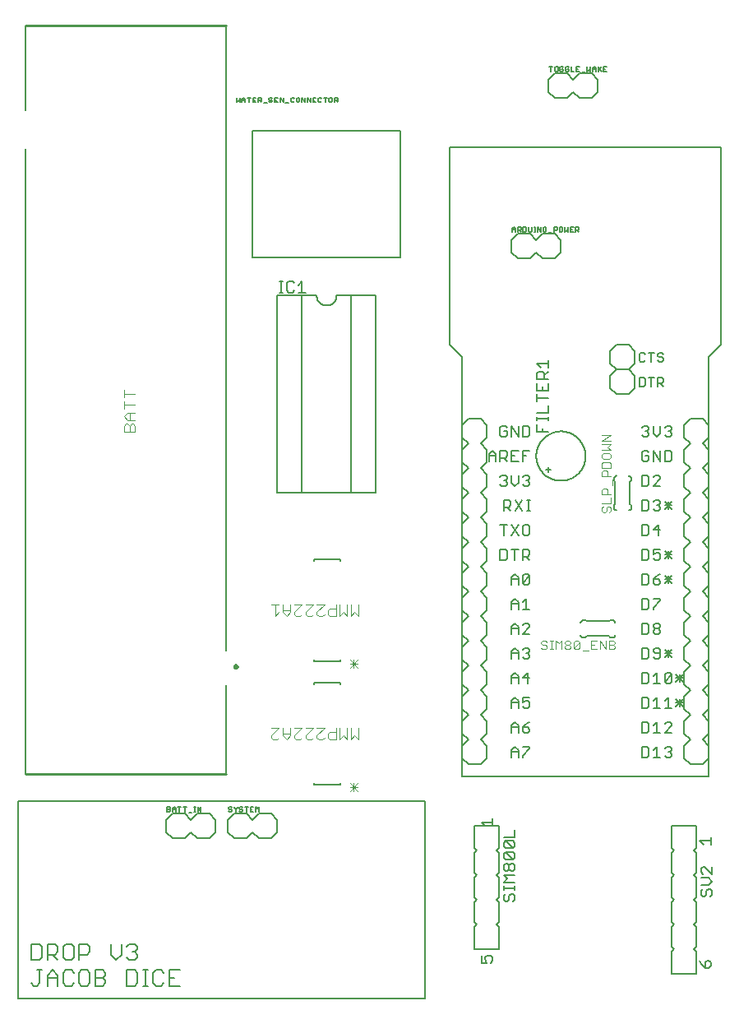
<source format=gbr>
G04 EAGLE Gerber X2 export*
%TF.Part,Single*%
%TF.FileFunction,Legend,Top,1*%
%TF.FilePolarity,Positive*%
%TF.GenerationSoftware,Autodesk,EAGLE,9.1.3*%
%TF.CreationDate,2019-02-03T20:39:41Z*%
G75*
%MOMM*%
%FSLAX34Y34*%
%LPD*%
%AMOC8*
5,1,8,0,0,1.08239X$1,22.5*%
G01*
%ADD10C,0.203200*%
%ADD11C,0.152400*%
%ADD12C,0.076200*%
%ADD13C,0.127000*%
%ADD14C,0.101600*%
%ADD15C,0.254000*%
%ADD16C,0.200000*%


D10*
X286766Y-32757D02*
X286766Y-43434D01*
X292105Y-43434D01*
X293884Y-41655D01*
X293884Y-34536D01*
X292105Y-32757D01*
X286766Y-32757D01*
X298460Y-43434D02*
X305578Y-43434D01*
X298460Y-43434D02*
X305578Y-36316D01*
X305578Y-34536D01*
X303799Y-32757D01*
X300239Y-32757D01*
X298460Y-34536D01*
X286766Y-58157D02*
X286766Y-68834D01*
X292105Y-68834D01*
X293884Y-67055D01*
X293884Y-59936D01*
X292105Y-58157D01*
X286766Y-58157D01*
X298460Y-59936D02*
X300239Y-58157D01*
X303799Y-58157D01*
X305578Y-59936D01*
X305578Y-61716D01*
X303799Y-63495D01*
X302019Y-63495D01*
X303799Y-63495D02*
X305578Y-65275D01*
X305578Y-67055D01*
X303799Y-68834D01*
X300239Y-68834D01*
X298460Y-67055D01*
X310154Y-59936D02*
X317272Y-67055D01*
X310154Y-67055D02*
X317272Y-59936D01*
X317272Y-63495D02*
X310154Y-63495D01*
X313713Y-67055D02*
X313713Y-59936D01*
X286766Y-83557D02*
X286766Y-94234D01*
X292105Y-94234D01*
X293884Y-92455D01*
X293884Y-85336D01*
X292105Y-83557D01*
X286766Y-83557D01*
X303799Y-83557D02*
X303799Y-94234D01*
X298460Y-88895D02*
X303799Y-83557D01*
X305578Y-88895D02*
X298460Y-88895D01*
X286766Y-108957D02*
X286766Y-119634D01*
X292105Y-119634D01*
X293884Y-117855D01*
X293884Y-110736D01*
X292105Y-108957D01*
X286766Y-108957D01*
X298460Y-108957D02*
X305578Y-108957D01*
X298460Y-108957D02*
X298460Y-114295D01*
X302019Y-112516D01*
X303799Y-112516D01*
X305578Y-114295D01*
X305578Y-117855D01*
X303799Y-119634D01*
X300239Y-119634D01*
X298460Y-117855D01*
X310154Y-110736D02*
X317272Y-117855D01*
X310154Y-117855D02*
X317272Y-110736D01*
X317272Y-114295D02*
X310154Y-114295D01*
X313713Y-117855D02*
X313713Y-110736D01*
X286766Y-134357D02*
X286766Y-145034D01*
X292105Y-145034D01*
X293884Y-143255D01*
X293884Y-136136D01*
X292105Y-134357D01*
X286766Y-134357D01*
X302019Y-136136D02*
X305578Y-134357D01*
X302019Y-136136D02*
X298460Y-139695D01*
X298460Y-143255D01*
X300239Y-145034D01*
X303799Y-145034D01*
X305578Y-143255D01*
X305578Y-141475D01*
X303799Y-139695D01*
X298460Y-139695D01*
X310154Y-136136D02*
X317272Y-143255D01*
X310154Y-143255D02*
X317272Y-136136D01*
X317272Y-139695D02*
X310154Y-139695D01*
X313713Y-143255D02*
X313713Y-136136D01*
X286766Y-159757D02*
X286766Y-170434D01*
X292105Y-170434D01*
X293884Y-168655D01*
X293884Y-161536D01*
X292105Y-159757D01*
X286766Y-159757D01*
X298460Y-159757D02*
X305578Y-159757D01*
X305578Y-161536D01*
X298460Y-168655D01*
X298460Y-170434D01*
X286766Y-185157D02*
X286766Y-195834D01*
X292105Y-195834D01*
X293884Y-194055D01*
X293884Y-186936D01*
X292105Y-185157D01*
X286766Y-185157D01*
X298460Y-186936D02*
X300239Y-185157D01*
X303799Y-185157D01*
X305578Y-186936D01*
X305578Y-188716D01*
X303799Y-190495D01*
X305578Y-192275D01*
X305578Y-194055D01*
X303799Y-195834D01*
X300239Y-195834D01*
X298460Y-194055D01*
X298460Y-192275D01*
X300239Y-190495D01*
X298460Y-188716D01*
X298460Y-186936D01*
X300239Y-190495D02*
X303799Y-190495D01*
X286766Y-210557D02*
X286766Y-221234D01*
X292105Y-221234D01*
X293884Y-219455D01*
X293884Y-212336D01*
X292105Y-210557D01*
X286766Y-210557D01*
X298460Y-219455D02*
X300239Y-221234D01*
X303799Y-221234D01*
X305578Y-219455D01*
X305578Y-212336D01*
X303799Y-210557D01*
X300239Y-210557D01*
X298460Y-212336D01*
X298460Y-214116D01*
X300239Y-215895D01*
X305578Y-215895D01*
X310154Y-212336D02*
X317272Y-219455D01*
X310154Y-219455D02*
X317272Y-212336D01*
X317272Y-215895D02*
X310154Y-215895D01*
X313713Y-219455D02*
X313713Y-212336D01*
X286766Y-235957D02*
X286766Y-246634D01*
X292105Y-246634D01*
X293884Y-244855D01*
X293884Y-237736D01*
X292105Y-235957D01*
X286766Y-235957D01*
X298460Y-239516D02*
X302019Y-235957D01*
X302019Y-246634D01*
X298460Y-246634D02*
X305578Y-246634D01*
X310154Y-244855D02*
X310154Y-237736D01*
X311933Y-235957D01*
X315493Y-235957D01*
X317272Y-237736D01*
X317272Y-244855D01*
X315493Y-246634D01*
X311933Y-246634D01*
X310154Y-244855D01*
X317272Y-237736D01*
X321848Y-237736D02*
X328966Y-244855D01*
X321848Y-244855D02*
X328966Y-237736D01*
X328966Y-241295D02*
X321848Y-241295D01*
X325407Y-244855D02*
X325407Y-237736D01*
X286766Y-261357D02*
X286766Y-272034D01*
X292105Y-272034D01*
X293884Y-270255D01*
X293884Y-263136D01*
X292105Y-261357D01*
X286766Y-261357D01*
X298460Y-264916D02*
X302019Y-261357D01*
X302019Y-272034D01*
X298460Y-272034D02*
X305578Y-272034D01*
X310154Y-264916D02*
X313713Y-261357D01*
X313713Y-272034D01*
X310154Y-272034D02*
X317272Y-272034D01*
X321848Y-263136D02*
X328966Y-270255D01*
X321848Y-270255D02*
X328966Y-263136D01*
X328966Y-266695D02*
X321848Y-266695D01*
X325407Y-270255D02*
X325407Y-263136D01*
X152253Y-145034D02*
X152253Y-137916D01*
X155812Y-134357D01*
X159371Y-137916D01*
X159371Y-145034D01*
X159371Y-139695D02*
X152253Y-139695D01*
X163947Y-143255D02*
X163947Y-136136D01*
X165727Y-134357D01*
X169286Y-134357D01*
X171065Y-136136D01*
X171065Y-143255D01*
X169286Y-145034D01*
X165727Y-145034D01*
X163947Y-143255D01*
X171065Y-136136D01*
X152253Y-163316D02*
X152253Y-170434D01*
X152253Y-163316D02*
X155812Y-159757D01*
X159371Y-163316D01*
X159371Y-170434D01*
X159371Y-165095D02*
X152253Y-165095D01*
X163947Y-163316D02*
X167506Y-159757D01*
X167506Y-170434D01*
X163947Y-170434D02*
X171065Y-170434D01*
X152253Y-188716D02*
X152253Y-195834D01*
X152253Y-188716D02*
X155812Y-185157D01*
X159371Y-188716D01*
X159371Y-195834D01*
X159371Y-190495D02*
X152253Y-190495D01*
X163947Y-195834D02*
X171065Y-195834D01*
X163947Y-195834D02*
X171065Y-188716D01*
X171065Y-186936D01*
X169286Y-185157D01*
X165727Y-185157D01*
X163947Y-186936D01*
X152253Y-214116D02*
X152253Y-221234D01*
X152253Y-214116D02*
X155812Y-210557D01*
X159371Y-214116D01*
X159371Y-221234D01*
X159371Y-215895D02*
X152253Y-215895D01*
X163947Y-212336D02*
X165727Y-210557D01*
X169286Y-210557D01*
X171065Y-212336D01*
X171065Y-214116D01*
X169286Y-215895D01*
X167506Y-215895D01*
X169286Y-215895D02*
X171065Y-217675D01*
X171065Y-219455D01*
X169286Y-221234D01*
X165727Y-221234D01*
X163947Y-219455D01*
X152253Y-239516D02*
X152253Y-246634D01*
X152253Y-239516D02*
X155812Y-235957D01*
X159371Y-239516D01*
X159371Y-246634D01*
X159371Y-241295D02*
X152253Y-241295D01*
X169286Y-235957D02*
X169286Y-246634D01*
X163947Y-241295D02*
X169286Y-235957D01*
X171065Y-241295D02*
X163947Y-241295D01*
X152253Y-264916D02*
X152253Y-272034D01*
X152253Y-264916D02*
X155812Y-261357D01*
X159371Y-264916D01*
X159371Y-272034D01*
X159371Y-266695D02*
X152253Y-266695D01*
X163947Y-261357D02*
X171065Y-261357D01*
X163947Y-261357D02*
X163947Y-266695D01*
X167506Y-264916D01*
X169286Y-264916D01*
X171065Y-266695D01*
X171065Y-270255D01*
X169286Y-272034D01*
X165727Y-272034D01*
X163947Y-270255D01*
X152253Y-290316D02*
X152253Y-297434D01*
X152253Y-290316D02*
X155812Y-286757D01*
X159371Y-290316D01*
X159371Y-297434D01*
X159371Y-292095D02*
X152253Y-292095D01*
X167506Y-288536D02*
X171065Y-286757D01*
X167506Y-288536D02*
X163947Y-292095D01*
X163947Y-295655D01*
X165727Y-297434D01*
X169286Y-297434D01*
X171065Y-295655D01*
X171065Y-293875D01*
X169286Y-292095D01*
X163947Y-292095D01*
X152253Y-315716D02*
X152253Y-322834D01*
X152253Y-315716D02*
X155812Y-312157D01*
X159371Y-315716D01*
X159371Y-322834D01*
X159371Y-317495D02*
X152253Y-317495D01*
X163947Y-312157D02*
X171065Y-312157D01*
X171065Y-313936D01*
X163947Y-321055D01*
X163947Y-322834D01*
X286766Y-297434D02*
X286766Y-286757D01*
X286766Y-297434D02*
X292105Y-297434D01*
X293884Y-295655D01*
X293884Y-288536D01*
X292105Y-286757D01*
X286766Y-286757D01*
X298460Y-290316D02*
X302019Y-286757D01*
X302019Y-297434D01*
X298460Y-297434D02*
X305578Y-297434D01*
X310154Y-297434D02*
X317272Y-297434D01*
X310154Y-297434D02*
X317272Y-290316D01*
X317272Y-288536D01*
X315493Y-286757D01*
X311933Y-286757D01*
X310154Y-288536D01*
X286766Y-312157D02*
X286766Y-322834D01*
X292105Y-322834D01*
X293884Y-321055D01*
X293884Y-313936D01*
X292105Y-312157D01*
X286766Y-312157D01*
X298460Y-315716D02*
X302019Y-312157D01*
X302019Y-322834D01*
X298460Y-322834D02*
X305578Y-322834D01*
X310154Y-313936D02*
X311933Y-312157D01*
X315493Y-312157D01*
X317272Y-313936D01*
X317272Y-315716D01*
X315493Y-317495D01*
X313713Y-317495D01*
X315493Y-317495D02*
X317272Y-319275D01*
X317272Y-321055D01*
X315493Y-322834D01*
X311933Y-322834D01*
X310154Y-321055D01*
X293884Y-9136D02*
X292105Y-7357D01*
X288546Y-7357D01*
X286766Y-9136D01*
X286766Y-16255D01*
X288546Y-18034D01*
X292105Y-18034D01*
X293884Y-16255D01*
X293884Y-12695D01*
X290325Y-12695D01*
X298460Y-7357D02*
X298460Y-18034D01*
X305578Y-18034D02*
X298460Y-7357D01*
X305578Y-7357D02*
X305578Y-18034D01*
X310154Y-18034D02*
X310154Y-7357D01*
X310154Y-18034D02*
X315493Y-18034D01*
X317272Y-16255D01*
X317272Y-9136D01*
X315493Y-7357D01*
X310154Y-7357D01*
X286766Y16264D02*
X288546Y18043D01*
X292105Y18043D01*
X293884Y16264D01*
X293884Y14484D01*
X292105Y12705D01*
X290325Y12705D01*
X292105Y12705D02*
X293884Y10925D01*
X293884Y9146D01*
X292105Y7366D01*
X288546Y7366D01*
X286766Y9146D01*
X298460Y10925D02*
X298460Y18043D01*
X298460Y10925D02*
X302019Y7366D01*
X305578Y10925D01*
X305578Y18043D01*
X310154Y16264D02*
X311933Y18043D01*
X315493Y18043D01*
X317272Y16264D01*
X317272Y14484D01*
X315493Y12705D01*
X313713Y12705D01*
X315493Y12705D02*
X317272Y10925D01*
X317272Y9146D01*
X315493Y7366D01*
X311933Y7366D01*
X310154Y9146D01*
X147677Y16264D02*
X145898Y18043D01*
X142339Y18043D01*
X140559Y16264D01*
X140559Y9146D01*
X142339Y7366D01*
X145898Y7366D01*
X147677Y9146D01*
X147677Y12705D01*
X144118Y12705D01*
X152253Y18043D02*
X152253Y7366D01*
X159371Y7366D02*
X152253Y18043D01*
X159371Y18043D02*
X159371Y7366D01*
X163947Y7366D02*
X163947Y18043D01*
X163947Y7366D02*
X169286Y7366D01*
X171065Y9146D01*
X171065Y16264D01*
X169286Y18043D01*
X163947Y18043D01*
X128865Y-10916D02*
X128865Y-18034D01*
X128865Y-10916D02*
X132424Y-7357D01*
X135983Y-10916D01*
X135983Y-18034D01*
X135983Y-12695D02*
X128865Y-12695D01*
X140559Y-7357D02*
X140559Y-18034D01*
X140559Y-7357D02*
X145898Y-7357D01*
X147677Y-9136D01*
X147677Y-12695D01*
X145898Y-14475D01*
X140559Y-14475D01*
X144118Y-14475D02*
X147677Y-18034D01*
X152253Y-7357D02*
X159371Y-7357D01*
X152253Y-7357D02*
X152253Y-18034D01*
X159371Y-18034D01*
X155812Y-12695D02*
X152253Y-12695D01*
X163947Y-7357D02*
X163947Y-18034D01*
X163947Y-7357D02*
X171065Y-7357D01*
X167506Y-12695D02*
X163947Y-12695D01*
X142339Y-32757D02*
X140559Y-34536D01*
X142339Y-32757D02*
X145898Y-32757D01*
X147677Y-34536D01*
X147677Y-36316D01*
X145898Y-38095D01*
X144118Y-38095D01*
X145898Y-38095D02*
X147677Y-39875D01*
X147677Y-41655D01*
X145898Y-43434D01*
X142339Y-43434D01*
X140559Y-41655D01*
X152253Y-39875D02*
X152253Y-32757D01*
X152253Y-39875D02*
X155812Y-43434D01*
X159371Y-39875D01*
X159371Y-32757D01*
X163947Y-34536D02*
X165726Y-32757D01*
X169286Y-32757D01*
X171065Y-34536D01*
X171065Y-36316D01*
X169286Y-38095D01*
X167506Y-38095D01*
X169286Y-38095D02*
X171065Y-39875D01*
X171065Y-41655D01*
X169286Y-43434D01*
X165726Y-43434D01*
X163947Y-41655D01*
X144457Y-58157D02*
X144457Y-68834D01*
X144457Y-58157D02*
X149796Y-58157D01*
X151575Y-59936D01*
X151575Y-63495D01*
X149796Y-65275D01*
X144457Y-65275D01*
X148016Y-65275D02*
X151575Y-68834D01*
X156151Y-58157D02*
X163269Y-68834D01*
X156151Y-68834D02*
X163269Y-58157D01*
X167845Y-68834D02*
X171404Y-68834D01*
X169624Y-68834D02*
X169624Y-58157D01*
X167845Y-58157D02*
X171404Y-58157D01*
X144118Y-83557D02*
X144118Y-94234D01*
X140559Y-83557D02*
X147677Y-83557D01*
X152253Y-83557D02*
X159371Y-94234D01*
X152253Y-94234D02*
X159371Y-83557D01*
X165726Y-83557D02*
X169286Y-83557D01*
X165726Y-83557D02*
X163947Y-85336D01*
X163947Y-92455D01*
X165726Y-94234D01*
X169286Y-94234D01*
X171065Y-92455D01*
X171065Y-85336D01*
X169286Y-83557D01*
X140559Y-108957D02*
X140559Y-119634D01*
X145898Y-119634D01*
X147677Y-117855D01*
X147677Y-110736D01*
X145898Y-108957D01*
X140559Y-108957D01*
X155812Y-108957D02*
X155812Y-119634D01*
X152253Y-108957D02*
X159371Y-108957D01*
X163947Y-108957D02*
X163947Y-119634D01*
X163947Y-108957D02*
X169286Y-108957D01*
X171065Y-110736D01*
X171065Y-114295D01*
X169286Y-116075D01*
X163947Y-116075D01*
X167506Y-116075D02*
X171065Y-119634D01*
D11*
X283972Y59182D02*
X283972Y67825D01*
X283972Y59182D02*
X288294Y59182D01*
X289734Y60623D01*
X289734Y66385D01*
X288294Y67825D01*
X283972Y67825D01*
X296208Y67825D02*
X296208Y59182D01*
X293327Y67825D02*
X299089Y67825D01*
X302682Y67825D02*
X302682Y59182D01*
X302682Y67825D02*
X307004Y67825D01*
X308445Y66385D01*
X308445Y63504D01*
X307004Y62063D01*
X302682Y62063D01*
X305564Y62063D02*
X308445Y59182D01*
X289734Y91785D02*
X288294Y93225D01*
X285413Y93225D01*
X283972Y91785D01*
X283972Y86023D01*
X285413Y84582D01*
X288294Y84582D01*
X289734Y86023D01*
X296208Y84582D02*
X296208Y93225D01*
X293327Y93225D02*
X299089Y93225D01*
X307004Y93225D02*
X308445Y91785D01*
X307004Y93225D02*
X304123Y93225D01*
X302682Y91785D01*
X302682Y90344D01*
X304123Y88904D01*
X307004Y88904D01*
X308445Y87463D01*
X308445Y86023D01*
X307004Y84582D01*
X304123Y84582D01*
X302682Y86023D01*
X63500Y-368300D02*
X63500Y-571500D01*
X-355600Y-571500D01*
X-355600Y-368300D02*
X63500Y-368300D01*
X-355600Y-368300D02*
X-355600Y-571500D01*
X101600Y-342900D02*
X355600Y-342900D01*
X355600Y88900D01*
X368300Y101600D01*
X368300Y304800D01*
X101600Y88900D02*
X101600Y-342900D01*
X101600Y88900D02*
X88900Y101600D01*
X88900Y304800D01*
X368300Y304800D01*
X-342138Y-515098D02*
X-342138Y-531368D01*
X-334003Y-531368D01*
X-331291Y-528656D01*
X-331291Y-517810D01*
X-334003Y-515098D01*
X-342138Y-515098D01*
X-325766Y-515098D02*
X-325766Y-531368D01*
X-325766Y-515098D02*
X-317632Y-515098D01*
X-314920Y-517810D01*
X-314920Y-523233D01*
X-317632Y-525945D01*
X-325766Y-525945D01*
X-320343Y-525945D02*
X-314920Y-531368D01*
X-306683Y-515098D02*
X-301260Y-515098D01*
X-306683Y-515098D02*
X-309395Y-517810D01*
X-309395Y-528656D01*
X-306683Y-531368D01*
X-301260Y-531368D01*
X-298548Y-528656D01*
X-298548Y-517810D01*
X-301260Y-515098D01*
X-293023Y-515098D02*
X-293023Y-531368D01*
X-293023Y-515098D02*
X-284888Y-515098D01*
X-282177Y-517810D01*
X-282177Y-523233D01*
X-284888Y-525945D01*
X-293023Y-525945D01*
X-260280Y-525945D02*
X-260280Y-515098D01*
X-260280Y-525945D02*
X-254857Y-531368D01*
X-249434Y-525945D01*
X-249434Y-515098D01*
X-243909Y-517810D02*
X-241197Y-515098D01*
X-235774Y-515098D01*
X-233062Y-517810D01*
X-233062Y-520521D01*
X-235774Y-523233D01*
X-238485Y-523233D01*
X-235774Y-523233D02*
X-233062Y-525945D01*
X-233062Y-528656D01*
X-235774Y-531368D01*
X-241197Y-531368D01*
X-243909Y-528656D01*
X-339426Y-558038D02*
X-342138Y-555326D01*
X-339426Y-558038D02*
X-336715Y-558038D01*
X-334003Y-555326D01*
X-334003Y-541768D01*
X-336715Y-541768D02*
X-331291Y-541768D01*
X-325766Y-547191D02*
X-325766Y-558038D01*
X-325766Y-547191D02*
X-320343Y-541768D01*
X-314920Y-547191D01*
X-314920Y-558038D01*
X-314920Y-549903D02*
X-325766Y-549903D01*
X-301260Y-541768D02*
X-298548Y-544480D01*
X-301260Y-541768D02*
X-306683Y-541768D01*
X-309395Y-544480D01*
X-309395Y-555326D01*
X-306683Y-558038D01*
X-301260Y-558038D01*
X-298548Y-555326D01*
X-290312Y-541768D02*
X-284888Y-541768D01*
X-290312Y-541768D02*
X-293023Y-544480D01*
X-293023Y-555326D01*
X-290312Y-558038D01*
X-284888Y-558038D01*
X-282177Y-555326D01*
X-282177Y-544480D01*
X-284888Y-541768D01*
X-276652Y-541768D02*
X-276652Y-558038D01*
X-276652Y-541768D02*
X-268517Y-541768D01*
X-265805Y-544480D01*
X-265805Y-547191D01*
X-268517Y-549903D01*
X-265805Y-552615D01*
X-265805Y-555326D01*
X-268517Y-558038D01*
X-276652Y-558038D01*
X-276652Y-549903D02*
X-268517Y-549903D01*
X-243909Y-541768D02*
X-243909Y-558038D01*
X-235774Y-558038D01*
X-233062Y-555326D01*
X-233062Y-544480D01*
X-235774Y-541768D01*
X-243909Y-541768D01*
X-227537Y-558038D02*
X-222114Y-558038D01*
X-224825Y-558038D02*
X-224825Y-541768D01*
X-222114Y-541768D02*
X-227537Y-541768D01*
X-208488Y-541768D02*
X-205776Y-544480D01*
X-208488Y-541768D02*
X-213911Y-541768D01*
X-216623Y-544480D01*
X-216623Y-555326D01*
X-213911Y-558038D01*
X-208488Y-558038D01*
X-205776Y-555326D01*
X-200251Y-541768D02*
X-189405Y-541768D01*
X-200251Y-541768D02*
X-200251Y-558038D01*
X-189405Y-558038D01*
X-194828Y-549903D02*
X-200251Y-549903D01*
D10*
X355600Y-146050D02*
X355600Y-133350D01*
X355600Y-146050D02*
X349250Y-152400D01*
X336550Y-152400D02*
X330200Y-146050D01*
X355600Y-107950D02*
X349250Y-101600D01*
X355600Y-107950D02*
X355600Y-120650D01*
X349250Y-127000D01*
X336550Y-127000D02*
X330200Y-120650D01*
X330200Y-107950D01*
X336550Y-101600D01*
X349250Y-127000D02*
X355600Y-133350D01*
X336550Y-127000D02*
X330200Y-133350D01*
X330200Y-146050D01*
X355600Y-69850D02*
X355600Y-57150D01*
X355600Y-69850D02*
X349250Y-76200D01*
X336550Y-76200D02*
X330200Y-69850D01*
X349250Y-76200D02*
X355600Y-82550D01*
X355600Y-95250D01*
X349250Y-101600D01*
X336550Y-101600D02*
X330200Y-95250D01*
X330200Y-82550D01*
X336550Y-76200D01*
X355600Y-31750D02*
X349250Y-25400D01*
X355600Y-31750D02*
X355600Y-44450D01*
X349250Y-50800D01*
X336550Y-50800D02*
X330200Y-44450D01*
X330200Y-31750D01*
X336550Y-25400D01*
X349250Y-50800D02*
X355600Y-57150D01*
X336550Y-50800D02*
X330200Y-57150D01*
X330200Y-69850D01*
X355600Y6350D02*
X355600Y19050D01*
X355600Y6350D02*
X349250Y0D01*
X336550Y0D02*
X330200Y6350D01*
X349250Y0D02*
X355600Y-6350D01*
X355600Y-19050D01*
X349250Y-25400D01*
X336550Y-25400D02*
X330200Y-19050D01*
X330200Y-6350D01*
X336550Y0D01*
X336550Y25400D02*
X349250Y25400D01*
X355600Y19050D01*
X336550Y25400D02*
X330200Y19050D01*
X330200Y6350D01*
X355600Y-311150D02*
X355600Y-323850D01*
X349250Y-330200D01*
X336550Y-330200D02*
X330200Y-323850D01*
X355600Y-285750D02*
X349250Y-279400D01*
X355600Y-285750D02*
X355600Y-298450D01*
X349250Y-304800D01*
X336550Y-304800D02*
X330200Y-298450D01*
X330200Y-285750D01*
X336550Y-279400D01*
X349250Y-304800D02*
X355600Y-311150D01*
X336550Y-304800D02*
X330200Y-311150D01*
X330200Y-323850D01*
X355600Y-247650D02*
X355600Y-234950D01*
X355600Y-247650D02*
X349250Y-254000D01*
X336550Y-254000D02*
X330200Y-247650D01*
X349250Y-254000D02*
X355600Y-260350D01*
X355600Y-273050D01*
X349250Y-279400D01*
X336550Y-279400D02*
X330200Y-273050D01*
X330200Y-260350D01*
X336550Y-254000D01*
X355600Y-209550D02*
X349250Y-203200D01*
X355600Y-209550D02*
X355600Y-222250D01*
X349250Y-228600D01*
X336550Y-228600D02*
X330200Y-222250D01*
X330200Y-209550D01*
X336550Y-203200D01*
X349250Y-228600D02*
X355600Y-234950D01*
X336550Y-228600D02*
X330200Y-234950D01*
X330200Y-247650D01*
X355600Y-171450D02*
X355600Y-158750D01*
X355600Y-171450D02*
X349250Y-177800D01*
X336550Y-177800D02*
X330200Y-171450D01*
X349250Y-177800D02*
X355600Y-184150D01*
X355600Y-196850D01*
X349250Y-203200D01*
X336550Y-203200D02*
X330200Y-196850D01*
X330200Y-184150D01*
X336550Y-177800D01*
X355600Y-158750D02*
X349250Y-152400D01*
X336550Y-152400D02*
X330200Y-158750D01*
X330200Y-171450D01*
X336550Y-330200D02*
X349250Y-330200D01*
X127000Y-146050D02*
X127000Y-133350D01*
X127000Y-146050D02*
X120650Y-152400D01*
X107950Y-152400D02*
X101600Y-146050D01*
X127000Y-107950D02*
X120650Y-101600D01*
X127000Y-107950D02*
X127000Y-120650D01*
X120650Y-127000D01*
X107950Y-127000D02*
X101600Y-120650D01*
X101600Y-107950D01*
X107950Y-101600D01*
X120650Y-127000D02*
X127000Y-133350D01*
X107950Y-127000D02*
X101600Y-133350D01*
X101600Y-146050D01*
X127000Y-69850D02*
X127000Y-57150D01*
X127000Y-69850D02*
X120650Y-76200D01*
X107950Y-76200D02*
X101600Y-69850D01*
X120650Y-76200D02*
X127000Y-82550D01*
X127000Y-95250D01*
X120650Y-101600D01*
X107950Y-101600D02*
X101600Y-95250D01*
X101600Y-82550D01*
X107950Y-76200D01*
X127000Y-31750D02*
X120650Y-25400D01*
X127000Y-31750D02*
X127000Y-44450D01*
X120650Y-50800D01*
X107950Y-50800D02*
X101600Y-44450D01*
X101600Y-31750D01*
X107950Y-25400D01*
X120650Y-50800D02*
X127000Y-57150D01*
X107950Y-50800D02*
X101600Y-57150D01*
X101600Y-69850D01*
X127000Y6350D02*
X127000Y19050D01*
X127000Y6350D02*
X120650Y0D01*
X107950Y0D02*
X101600Y6350D01*
X120650Y0D02*
X127000Y-6350D01*
X127000Y-19050D01*
X120650Y-25400D01*
X107950Y-25400D02*
X101600Y-19050D01*
X101600Y-6350D01*
X107950Y0D01*
X107950Y25400D02*
X120650Y25400D01*
X127000Y19050D01*
X107950Y25400D02*
X101600Y19050D01*
X101600Y6350D01*
X127000Y-311150D02*
X127000Y-323850D01*
X120650Y-330200D01*
X107950Y-330200D02*
X101600Y-323850D01*
X127000Y-285750D02*
X120650Y-279400D01*
X127000Y-285750D02*
X127000Y-298450D01*
X120650Y-304800D01*
X107950Y-304800D02*
X101600Y-298450D01*
X101600Y-285750D01*
X107950Y-279400D01*
X120650Y-304800D02*
X127000Y-311150D01*
X107950Y-304800D02*
X101600Y-311150D01*
X101600Y-323850D01*
X127000Y-247650D02*
X127000Y-234950D01*
X127000Y-247650D02*
X120650Y-254000D01*
X107950Y-254000D02*
X101600Y-247650D01*
X120650Y-254000D02*
X127000Y-260350D01*
X127000Y-273050D01*
X120650Y-279400D01*
X107950Y-279400D02*
X101600Y-273050D01*
X101600Y-260350D01*
X107950Y-254000D01*
X127000Y-209550D02*
X120650Y-203200D01*
X127000Y-209550D02*
X127000Y-222250D01*
X120650Y-228600D01*
X107950Y-228600D02*
X101600Y-222250D01*
X101600Y-209550D01*
X107950Y-203200D01*
X120650Y-228600D02*
X127000Y-234950D01*
X107950Y-228600D02*
X101600Y-234950D01*
X101600Y-247650D01*
X127000Y-171450D02*
X127000Y-158750D01*
X127000Y-171450D02*
X120650Y-177800D01*
X107950Y-177800D02*
X101600Y-171450D01*
X120650Y-177800D02*
X127000Y-184150D01*
X127000Y-196850D01*
X120650Y-203200D01*
X107950Y-203200D02*
X101600Y-196850D01*
X101600Y-184150D01*
X107950Y-177800D01*
X127000Y-158750D02*
X120650Y-152400D01*
X107950Y-152400D02*
X101600Y-158750D01*
X101600Y-171450D01*
X107950Y-330200D02*
X120650Y-330200D01*
X279400Y95250D02*
X273050Y101600D01*
X260350Y101600D01*
X254000Y95250D01*
X254000Y82550D01*
X260350Y76200D01*
X273050Y76200D01*
X279400Y82550D01*
X279400Y95250D01*
X273050Y76200D02*
X279400Y69850D01*
X273050Y76200D02*
X260350Y76200D01*
X254000Y69850D01*
X254000Y57150D01*
X260350Y50800D01*
X273050Y50800D01*
X279400Y57150D01*
X279400Y69850D01*
D11*
X-23876Y-118872D02*
X-51054Y-118872D01*
X-51054Y-120904D01*
X-51054Y-224028D02*
X-23876Y-224028D01*
X-23876Y-221996D01*
X-23876Y-120904D02*
X-23876Y-118872D01*
X-51054Y-221996D02*
X-51054Y-224028D01*
D12*
X-14188Y-222590D02*
X-6223Y-230556D01*
X-14188Y-230556D02*
X-6223Y-222590D01*
X-6223Y-226573D02*
X-14188Y-226573D01*
X-10206Y-222590D02*
X-10206Y-230556D01*
X-5207Y-177429D02*
X-5207Y-165481D01*
X-9190Y-173446D02*
X-5207Y-177429D01*
X-9190Y-173446D02*
X-13172Y-177429D01*
X-13172Y-165481D01*
X-16901Y-165481D02*
X-16901Y-177429D01*
X-20884Y-173446D01*
X-24866Y-177429D01*
X-24866Y-165481D01*
X-28595Y-165481D02*
X-28595Y-177429D01*
X-34569Y-177429D01*
X-36560Y-175438D01*
X-36560Y-171455D01*
X-34569Y-169464D01*
X-28595Y-169464D01*
X-40289Y-165481D02*
X-48254Y-165481D01*
X-40289Y-165481D02*
X-48254Y-173446D01*
X-48254Y-175438D01*
X-46263Y-177429D01*
X-42280Y-177429D01*
X-40289Y-175438D01*
X-51983Y-165481D02*
X-59948Y-165481D01*
X-51983Y-165481D02*
X-59948Y-173446D01*
X-59948Y-175438D01*
X-57957Y-177429D01*
X-53974Y-177429D01*
X-51983Y-175438D01*
X-63677Y-165481D02*
X-71642Y-165481D01*
X-63677Y-165481D02*
X-71642Y-173446D01*
X-71642Y-175438D01*
X-69651Y-177429D01*
X-65668Y-177429D01*
X-63677Y-175438D01*
X-75371Y-173446D02*
X-75371Y-165481D01*
X-75371Y-173446D02*
X-79354Y-177429D01*
X-83336Y-173446D01*
X-83336Y-165481D01*
X-83336Y-171455D02*
X-75371Y-171455D01*
X-87065Y-173446D02*
X-91048Y-177429D01*
X-91048Y-165481D01*
X-95030Y-165481D02*
X-87065Y-165481D01*
D11*
X114300Y-393700D02*
X139700Y-393700D01*
X114300Y-393700D02*
X114300Y-416560D01*
X116840Y-419100D01*
X114300Y-421640D01*
X114300Y-441960D01*
X116840Y-444500D01*
X114300Y-447040D01*
X114300Y-467360D01*
X116840Y-469900D01*
X114300Y-472440D01*
X114300Y-492760D01*
X116840Y-495300D01*
X114300Y-497840D01*
X114300Y-520700D01*
X139700Y-520700D01*
X139700Y-497840D01*
X137160Y-495300D01*
X139700Y-492760D01*
X139700Y-472440D01*
X137160Y-469900D01*
X139700Y-467360D01*
X139700Y-447040D01*
X137160Y-444500D01*
X139700Y-441960D01*
X139700Y-421640D01*
X137160Y-419100D01*
X139700Y-416560D01*
X139700Y-393700D01*
D13*
X146042Y-463398D02*
X144135Y-465305D01*
X144135Y-469118D01*
X146042Y-471025D01*
X147949Y-471025D01*
X149855Y-469118D01*
X149855Y-465305D01*
X151762Y-463398D01*
X153668Y-463398D01*
X155575Y-465305D01*
X155575Y-469118D01*
X153668Y-471025D01*
X155575Y-459331D02*
X155575Y-455518D01*
X155575Y-457424D02*
X144135Y-457424D01*
X144135Y-455518D02*
X144135Y-459331D01*
X144135Y-451535D02*
X155575Y-451535D01*
X147949Y-447722D02*
X144135Y-451535D01*
X147949Y-447722D02*
X144135Y-443909D01*
X155575Y-443909D01*
X146042Y-439841D02*
X144135Y-437934D01*
X144135Y-434121D01*
X146042Y-432215D01*
X147949Y-432215D01*
X149855Y-434121D01*
X151762Y-432215D01*
X153668Y-432215D01*
X155575Y-434121D01*
X155575Y-437934D01*
X153668Y-439841D01*
X151762Y-439841D01*
X149855Y-437934D01*
X147949Y-439841D01*
X146042Y-439841D01*
X149855Y-437934D02*
X149855Y-434121D01*
X153668Y-428147D02*
X146042Y-428147D01*
X144135Y-426240D01*
X144135Y-422427D01*
X146042Y-420521D01*
X153668Y-420521D01*
X155575Y-422427D01*
X155575Y-426240D01*
X153668Y-428147D01*
X146042Y-420521D01*
X146042Y-416453D02*
X153668Y-416453D01*
X146042Y-416453D02*
X144135Y-414546D01*
X144135Y-410733D01*
X146042Y-408827D01*
X153668Y-408827D01*
X155575Y-410733D01*
X155575Y-414546D01*
X153668Y-416453D01*
X146042Y-408827D01*
X144135Y-404759D02*
X155575Y-404759D01*
X155575Y-397133D01*
X125089Y-393329D02*
X121275Y-389516D01*
X132715Y-389516D01*
X132715Y-393329D02*
X132715Y-385702D01*
X121275Y-526672D02*
X121275Y-534299D01*
X126995Y-534299D01*
X125089Y-530486D01*
X125089Y-528579D01*
X126995Y-526672D01*
X130808Y-526672D01*
X132715Y-528579D01*
X132715Y-532392D01*
X130808Y-534299D01*
D11*
X317500Y-393700D02*
X342900Y-393700D01*
X317500Y-393700D02*
X317500Y-416560D01*
X320040Y-419100D01*
X317500Y-421640D01*
X317500Y-441960D01*
X320040Y-444500D01*
X317500Y-447040D01*
X317500Y-467360D01*
X320040Y-469900D01*
X317500Y-472440D01*
X317500Y-492760D01*
X320040Y-495300D01*
X317500Y-497840D01*
X317500Y-518160D01*
X317500Y-523240D02*
X317500Y-546100D01*
X342900Y-546100D01*
X342900Y-523240D01*
X342900Y-518160D02*
X342900Y-497840D01*
X340360Y-495300D01*
X342900Y-492760D01*
X342900Y-472440D01*
X340360Y-469900D01*
X342900Y-467360D01*
X342900Y-447040D01*
X340360Y-444500D01*
X342900Y-441960D01*
X342900Y-421640D01*
X340360Y-419100D01*
X342900Y-416560D01*
X342900Y-393700D01*
X340360Y-520700D02*
X342900Y-523240D01*
X340360Y-520700D02*
X342900Y-518160D01*
X320040Y-520700D02*
X317500Y-523240D01*
X320040Y-520700D02*
X317500Y-518160D01*
D13*
X347335Y-460527D02*
X349242Y-458620D01*
X347335Y-460527D02*
X347335Y-464340D01*
X349242Y-466247D01*
X351149Y-466247D01*
X353055Y-464340D01*
X353055Y-460527D01*
X354962Y-458620D01*
X356868Y-458620D01*
X358775Y-460527D01*
X358775Y-464340D01*
X356868Y-466247D01*
X354962Y-454553D02*
X347335Y-454553D01*
X354962Y-454553D02*
X358775Y-450740D01*
X354962Y-446927D01*
X347335Y-446927D01*
X358775Y-442859D02*
X358775Y-435233D01*
X358775Y-442859D02*
X351149Y-435233D01*
X349242Y-435233D01*
X347335Y-437139D01*
X347335Y-440952D01*
X349242Y-442859D01*
X349879Y-412379D02*
X346065Y-408566D01*
X357505Y-408566D01*
X357505Y-412379D02*
X357505Y-404752D01*
X346065Y-531752D02*
X347972Y-535566D01*
X351785Y-539379D01*
X355598Y-539379D01*
X357505Y-537472D01*
X357505Y-533659D01*
X355598Y-531752D01*
X353692Y-531752D01*
X351785Y-533659D01*
X351785Y-539379D01*
D14*
X-235304Y12533D02*
X-246998Y12533D01*
X-246998Y18380D01*
X-245049Y20329D01*
X-243100Y20329D01*
X-241151Y18380D01*
X-239202Y20329D01*
X-237253Y20329D01*
X-235304Y18380D01*
X-235304Y12533D01*
X-241151Y12533D02*
X-241151Y18380D01*
X-243100Y24227D02*
X-235304Y24227D01*
X-243100Y24227D02*
X-246998Y28124D01*
X-243100Y32022D01*
X-235304Y32022D01*
X-241151Y32022D02*
X-241151Y24227D01*
X-235304Y39818D02*
X-246998Y39818D01*
X-246998Y35920D02*
X-246998Y43716D01*
X-246998Y51512D02*
X-235304Y51512D01*
X-246998Y47614D02*
X-246998Y55410D01*
D15*
X-348350Y-340150D02*
X-141850Y-340150D01*
X-141850Y430350D02*
X-348350Y430350D01*
D16*
X-141850Y430350D02*
X-141850Y-213110D01*
X-348350Y-340150D02*
X-348350Y303310D01*
X-141850Y-248690D02*
X-141850Y-340150D01*
X-348350Y343490D02*
X-348350Y430350D01*
D15*
X-133490Y-229360D02*
X-133488Y-229280D01*
X-133482Y-229199D01*
X-133472Y-229119D01*
X-133458Y-229040D01*
X-133441Y-228962D01*
X-133419Y-228884D01*
X-133394Y-228808D01*
X-133365Y-228732D01*
X-133333Y-228659D01*
X-133296Y-228587D01*
X-133257Y-228517D01*
X-133214Y-228449D01*
X-133167Y-228383D01*
X-133118Y-228320D01*
X-133065Y-228259D01*
X-133010Y-228200D01*
X-132951Y-228145D01*
X-132890Y-228092D01*
X-132827Y-228043D01*
X-132761Y-227996D01*
X-132693Y-227953D01*
X-132623Y-227914D01*
X-132551Y-227877D01*
X-132478Y-227845D01*
X-132402Y-227816D01*
X-132326Y-227791D01*
X-132248Y-227769D01*
X-132170Y-227752D01*
X-132091Y-227738D01*
X-132011Y-227728D01*
X-131930Y-227722D01*
X-131850Y-227720D01*
X-131770Y-227722D01*
X-131689Y-227728D01*
X-131609Y-227738D01*
X-131530Y-227752D01*
X-131452Y-227769D01*
X-131374Y-227791D01*
X-131298Y-227816D01*
X-131222Y-227845D01*
X-131149Y-227877D01*
X-131077Y-227914D01*
X-131007Y-227953D01*
X-130939Y-227996D01*
X-130873Y-228043D01*
X-130810Y-228092D01*
X-130749Y-228145D01*
X-130690Y-228200D01*
X-130635Y-228259D01*
X-130582Y-228320D01*
X-130533Y-228383D01*
X-130486Y-228449D01*
X-130443Y-228517D01*
X-130404Y-228587D01*
X-130367Y-228659D01*
X-130335Y-228732D01*
X-130306Y-228808D01*
X-130281Y-228884D01*
X-130259Y-228962D01*
X-130242Y-229040D01*
X-130228Y-229119D01*
X-130218Y-229199D01*
X-130212Y-229280D01*
X-130210Y-229360D01*
X-130212Y-229440D01*
X-130218Y-229521D01*
X-130228Y-229601D01*
X-130242Y-229680D01*
X-130259Y-229758D01*
X-130281Y-229836D01*
X-130306Y-229912D01*
X-130335Y-229988D01*
X-130367Y-230061D01*
X-130404Y-230133D01*
X-130443Y-230203D01*
X-130486Y-230271D01*
X-130533Y-230337D01*
X-130582Y-230400D01*
X-130635Y-230461D01*
X-130690Y-230520D01*
X-130749Y-230575D01*
X-130810Y-230628D01*
X-130873Y-230677D01*
X-130939Y-230724D01*
X-131007Y-230767D01*
X-131077Y-230806D01*
X-131149Y-230843D01*
X-131222Y-230875D01*
X-131298Y-230904D01*
X-131374Y-230929D01*
X-131452Y-230951D01*
X-131530Y-230968D01*
X-131609Y-230982D01*
X-131689Y-230992D01*
X-131770Y-230998D01*
X-131850Y-231000D01*
X-131930Y-230998D01*
X-132011Y-230992D01*
X-132091Y-230982D01*
X-132170Y-230968D01*
X-132248Y-230951D01*
X-132326Y-230929D01*
X-132402Y-230904D01*
X-132478Y-230875D01*
X-132551Y-230843D01*
X-132623Y-230806D01*
X-132693Y-230767D01*
X-132761Y-230724D01*
X-132827Y-230677D01*
X-132890Y-230628D01*
X-132951Y-230575D01*
X-133010Y-230520D01*
X-133065Y-230461D01*
X-133118Y-230400D01*
X-133167Y-230337D01*
X-133214Y-230271D01*
X-133257Y-230203D01*
X-133296Y-230133D01*
X-133333Y-230061D01*
X-133365Y-229988D01*
X-133394Y-229912D01*
X-133419Y-229836D01*
X-133441Y-229758D01*
X-133458Y-229680D01*
X-133472Y-229601D01*
X-133482Y-229521D01*
X-133488Y-229440D01*
X-133490Y-229360D01*
D10*
X-114300Y192100D02*
X38100Y192100D01*
X38100Y322100D01*
X-114300Y322100D01*
X-114300Y192100D01*
D13*
X-130906Y351409D02*
X-130906Y356239D01*
X-129296Y353019D02*
X-130906Y351409D01*
X-129296Y353019D02*
X-127686Y351409D01*
X-127686Y356239D01*
X-125293Y354629D02*
X-125293Y351409D01*
X-125293Y354629D02*
X-123683Y356239D01*
X-122073Y354629D01*
X-122073Y351409D01*
X-122073Y353824D02*
X-125293Y353824D01*
X-118070Y351409D02*
X-118070Y356239D01*
X-119680Y356239D02*
X-116460Y356239D01*
X-114067Y356239D02*
X-110847Y356239D01*
X-114067Y356239D02*
X-114067Y351409D01*
X-110847Y351409D01*
X-112457Y353824D02*
X-114067Y353824D01*
X-108454Y351409D02*
X-108454Y356239D01*
X-106039Y356239D01*
X-105234Y355434D01*
X-105234Y353824D01*
X-106039Y353019D01*
X-108454Y353019D01*
X-106844Y353019D02*
X-105234Y351409D01*
X-102841Y350604D02*
X-99621Y350604D01*
X-94008Y355434D02*
X-94813Y356239D01*
X-96423Y356239D01*
X-97228Y355434D01*
X-97228Y354629D01*
X-96423Y353824D01*
X-94813Y353824D01*
X-94008Y353019D01*
X-94008Y352214D01*
X-94813Y351409D01*
X-96423Y351409D01*
X-97228Y352214D01*
X-91615Y356239D02*
X-88395Y356239D01*
X-91615Y356239D02*
X-91615Y351409D01*
X-88395Y351409D01*
X-90005Y353824D02*
X-91615Y353824D01*
X-86001Y351409D02*
X-86001Y356239D01*
X-82781Y351409D01*
X-82781Y356239D01*
X-80388Y350604D02*
X-77168Y350604D01*
X-71555Y355434D02*
X-72360Y356239D01*
X-73970Y356239D01*
X-74775Y355434D01*
X-74775Y352214D01*
X-73970Y351409D01*
X-72360Y351409D01*
X-71555Y352214D01*
X-68357Y356239D02*
X-66747Y356239D01*
X-68357Y356239D02*
X-69162Y355434D01*
X-69162Y352214D01*
X-68357Y351409D01*
X-66747Y351409D01*
X-65942Y352214D01*
X-65942Y355434D01*
X-66747Y356239D01*
X-63549Y356239D02*
X-63549Y351409D01*
X-60329Y351409D02*
X-63549Y356239D01*
X-60329Y356239D02*
X-60329Y351409D01*
X-57936Y351409D02*
X-57936Y356239D01*
X-54716Y351409D01*
X-54716Y356239D01*
X-52323Y356239D02*
X-49103Y356239D01*
X-52323Y356239D02*
X-52323Y351409D01*
X-49103Y351409D01*
X-50713Y353824D02*
X-52323Y353824D01*
X-44295Y356239D02*
X-43490Y355434D01*
X-44295Y356239D02*
X-45905Y356239D01*
X-46710Y355434D01*
X-46710Y352214D01*
X-45905Y351409D01*
X-44295Y351409D01*
X-43490Y352214D01*
X-39487Y351409D02*
X-39487Y356239D01*
X-41097Y356239D02*
X-37877Y356239D01*
X-34679Y356239D02*
X-33069Y356239D01*
X-34679Y356239D02*
X-35484Y355434D01*
X-35484Y352214D01*
X-34679Y351409D01*
X-33069Y351409D01*
X-32264Y352214D01*
X-32264Y355434D01*
X-33069Y356239D01*
X-29871Y356239D02*
X-29871Y351409D01*
X-29871Y356239D02*
X-27455Y356239D01*
X-26650Y355434D01*
X-26650Y353824D01*
X-27455Y353019D01*
X-29871Y353019D01*
X-28261Y353019D02*
X-26650Y351409D01*
D11*
X12700Y152400D02*
X12700Y-50800D01*
X-88900Y-50800D02*
X-88900Y152400D01*
X-12700Y-50800D02*
X12700Y-50800D01*
X12700Y152400D02*
X-12700Y152400D01*
X-63500Y152400D02*
X-88900Y152400D01*
X-48260Y152400D02*
X-48257Y152153D01*
X-48248Y151905D01*
X-48233Y151658D01*
X-48212Y151412D01*
X-48185Y151166D01*
X-48152Y150921D01*
X-48113Y150676D01*
X-48068Y150433D01*
X-48017Y150191D01*
X-47960Y149950D01*
X-47898Y149711D01*
X-47829Y149473D01*
X-47755Y149237D01*
X-47675Y149003D01*
X-47590Y148771D01*
X-47498Y148541D01*
X-47402Y148313D01*
X-47299Y148088D01*
X-47192Y147865D01*
X-47078Y147645D01*
X-46960Y147428D01*
X-46836Y147213D01*
X-46707Y147002D01*
X-46573Y146794D01*
X-46434Y146589D01*
X-46290Y146388D01*
X-46142Y146190D01*
X-45988Y145996D01*
X-45830Y145806D01*
X-45667Y145620D01*
X-45500Y145438D01*
X-45328Y145260D01*
X-45152Y145086D01*
X-44972Y144916D01*
X-44787Y144751D01*
X-44599Y144591D01*
X-44407Y144435D01*
X-44211Y144283D01*
X-44012Y144137D01*
X-43809Y143995D01*
X-43602Y143859D01*
X-43393Y143727D01*
X-43180Y143601D01*
X-42964Y143480D01*
X-42746Y143364D01*
X-42524Y143254D01*
X-42300Y143149D01*
X-42074Y143049D01*
X-41845Y142955D01*
X-41614Y142867D01*
X-41380Y142784D01*
X-41145Y142707D01*
X-40908Y142636D01*
X-40670Y142570D01*
X-40430Y142511D01*
X-40188Y142457D01*
X-39945Y142409D01*
X-39702Y142367D01*
X-39457Y142331D01*
X-39211Y142301D01*
X-38965Y142277D01*
X-38718Y142259D01*
X-38471Y142247D01*
X-38224Y142241D01*
X-37976Y142241D01*
X-37729Y142247D01*
X-37482Y142259D01*
X-37235Y142277D01*
X-36989Y142301D01*
X-36743Y142331D01*
X-36498Y142367D01*
X-36255Y142409D01*
X-36012Y142457D01*
X-35770Y142511D01*
X-35530Y142570D01*
X-35292Y142636D01*
X-35055Y142707D01*
X-34820Y142784D01*
X-34586Y142867D01*
X-34355Y142955D01*
X-34126Y143049D01*
X-33900Y143149D01*
X-33676Y143254D01*
X-33454Y143364D01*
X-33236Y143480D01*
X-33020Y143601D01*
X-32807Y143727D01*
X-32598Y143859D01*
X-32391Y143995D01*
X-32188Y144137D01*
X-31989Y144283D01*
X-31793Y144435D01*
X-31601Y144591D01*
X-31413Y144751D01*
X-31228Y144916D01*
X-31048Y145086D01*
X-30872Y145260D01*
X-30700Y145438D01*
X-30533Y145620D01*
X-30370Y145806D01*
X-30212Y145996D01*
X-30058Y146190D01*
X-29910Y146388D01*
X-29766Y146589D01*
X-29627Y146794D01*
X-29493Y147002D01*
X-29364Y147213D01*
X-29240Y147428D01*
X-29122Y147645D01*
X-29008Y147865D01*
X-28901Y148088D01*
X-28798Y148313D01*
X-28702Y148541D01*
X-28610Y148771D01*
X-28525Y149003D01*
X-28445Y149237D01*
X-28371Y149473D01*
X-28302Y149711D01*
X-28240Y149950D01*
X-28183Y150191D01*
X-28132Y150433D01*
X-28087Y150676D01*
X-28048Y150921D01*
X-28015Y151166D01*
X-27988Y151412D01*
X-27967Y151658D01*
X-27952Y151905D01*
X-27943Y152153D01*
X-27940Y152400D01*
X-12700Y152400D02*
X-12700Y-50800D01*
X-12700Y152400D02*
X-27940Y152400D01*
X-12700Y-50800D02*
X-63500Y-50800D01*
X-63500Y152400D01*
X-48260Y152400D01*
X-63500Y-50800D02*
X-88900Y-50800D01*
D13*
X-86995Y155575D02*
X-83182Y155575D01*
X-85088Y155575D02*
X-85088Y167015D01*
X-83182Y167015D02*
X-86995Y167015D01*
X-73479Y167015D02*
X-71573Y165108D01*
X-73479Y167015D02*
X-77292Y167015D01*
X-79199Y165108D01*
X-79199Y157482D01*
X-77292Y155575D01*
X-73479Y155575D01*
X-71573Y157482D01*
X-67505Y163202D02*
X-63692Y167015D01*
X-63692Y155575D01*
X-67505Y155575D02*
X-59879Y155575D01*
D10*
X-184150Y-381000D02*
X-196850Y-381000D01*
X-184150Y-381000D02*
X-177800Y-387350D01*
X-177800Y-400050D02*
X-184150Y-406400D01*
X-177800Y-387350D02*
X-171450Y-381000D01*
X-158750Y-381000D01*
X-152400Y-387350D01*
X-152400Y-400050D02*
X-158750Y-406400D01*
X-171450Y-406400D01*
X-177800Y-400050D01*
X-203200Y-400050D02*
X-203200Y-387350D01*
X-196850Y-381000D01*
X-203200Y-400050D02*
X-196850Y-406400D01*
X-184150Y-406400D01*
X-152400Y-400050D02*
X-152400Y-387350D01*
D13*
X-202565Y-379095D02*
X-202565Y-374265D01*
X-200150Y-374265D01*
X-199345Y-375070D01*
X-199345Y-375875D01*
X-200150Y-376680D01*
X-199345Y-377485D01*
X-199345Y-378290D01*
X-200150Y-379095D01*
X-202565Y-379095D01*
X-202565Y-376680D02*
X-200150Y-376680D01*
X-196952Y-375875D02*
X-196952Y-379095D01*
X-196952Y-375875D02*
X-195342Y-374265D01*
X-193732Y-375875D01*
X-193732Y-379095D01*
X-193732Y-376680D02*
X-196952Y-376680D01*
X-189729Y-379095D02*
X-189729Y-374265D01*
X-191339Y-374265D02*
X-188119Y-374265D01*
X-184116Y-374265D02*
X-184116Y-379095D01*
X-185726Y-374265D02*
X-182506Y-374265D01*
X-180113Y-379900D02*
X-176893Y-379900D01*
X-174500Y-379095D02*
X-172890Y-379095D01*
X-173695Y-379095D02*
X-173695Y-374265D01*
X-174500Y-374265D02*
X-172890Y-374265D01*
X-170757Y-374265D02*
X-170757Y-379095D01*
X-167537Y-379095D02*
X-170757Y-374265D01*
X-167537Y-374265D02*
X-167537Y-379095D01*
D10*
X-133350Y-381000D02*
X-120650Y-381000D01*
X-114300Y-387350D01*
X-114300Y-400050D02*
X-120650Y-406400D01*
X-114300Y-387350D02*
X-107950Y-381000D01*
X-95250Y-381000D01*
X-88900Y-387350D01*
X-88900Y-400050D02*
X-95250Y-406400D01*
X-107950Y-406400D01*
X-114300Y-400050D01*
X-139700Y-400050D02*
X-139700Y-387350D01*
X-133350Y-381000D01*
X-139700Y-400050D02*
X-133350Y-406400D01*
X-120650Y-406400D01*
X-88900Y-400050D02*
X-88900Y-387350D01*
D13*
X-135845Y-375070D02*
X-136650Y-374265D01*
X-138260Y-374265D01*
X-139065Y-375070D01*
X-139065Y-375875D01*
X-138260Y-376680D01*
X-136650Y-376680D01*
X-135845Y-377485D01*
X-135845Y-378290D01*
X-136650Y-379095D01*
X-138260Y-379095D01*
X-139065Y-378290D01*
X-133452Y-375070D02*
X-133452Y-374265D01*
X-133452Y-375070D02*
X-131842Y-376680D01*
X-130232Y-375070D01*
X-130232Y-374265D01*
X-131842Y-376680D02*
X-131842Y-379095D01*
X-125424Y-374265D02*
X-124619Y-375070D01*
X-125424Y-374265D02*
X-127034Y-374265D01*
X-127839Y-375070D01*
X-127839Y-375875D01*
X-127034Y-376680D01*
X-125424Y-376680D01*
X-124619Y-377485D01*
X-124619Y-378290D01*
X-125424Y-379095D01*
X-127034Y-379095D01*
X-127839Y-378290D01*
X-120616Y-379095D02*
X-120616Y-374265D01*
X-122226Y-374265D02*
X-119006Y-374265D01*
X-116613Y-374265D02*
X-113393Y-374265D01*
X-116613Y-374265D02*
X-116613Y-379095D01*
X-113393Y-379095D01*
X-115003Y-376680D02*
X-116613Y-376680D01*
X-111000Y-379095D02*
X-111000Y-374265D01*
X-109390Y-375875D01*
X-107779Y-374265D01*
X-107779Y-379095D01*
D11*
X-51054Y-245872D02*
X-23876Y-245872D01*
X-51054Y-245872D02*
X-51054Y-247904D01*
X-51054Y-351028D02*
X-23876Y-351028D01*
X-23876Y-348996D01*
X-23876Y-247904D02*
X-23876Y-245872D01*
X-51054Y-348996D02*
X-51054Y-351028D01*
D12*
X-14188Y-349590D02*
X-6223Y-357556D01*
X-14188Y-357556D02*
X-6223Y-349590D01*
X-6223Y-353573D02*
X-14188Y-353573D01*
X-10206Y-349590D02*
X-10206Y-357556D01*
X-5207Y-304429D02*
X-5207Y-292481D01*
X-9190Y-300446D02*
X-5207Y-304429D01*
X-9190Y-300446D02*
X-13172Y-304429D01*
X-13172Y-292481D01*
X-16901Y-292481D02*
X-16901Y-304429D01*
X-20884Y-300446D01*
X-24866Y-304429D01*
X-24866Y-292481D01*
X-28595Y-292481D02*
X-28595Y-304429D01*
X-34569Y-304429D01*
X-36560Y-302438D01*
X-36560Y-298455D01*
X-34569Y-296464D01*
X-28595Y-296464D01*
X-40289Y-292481D02*
X-48254Y-292481D01*
X-40289Y-292481D02*
X-48254Y-300446D01*
X-48254Y-302438D01*
X-46263Y-304429D01*
X-42280Y-304429D01*
X-40289Y-302438D01*
X-51983Y-292481D02*
X-59948Y-292481D01*
X-51983Y-292481D02*
X-59948Y-300446D01*
X-59948Y-302438D01*
X-57957Y-304429D01*
X-53974Y-304429D01*
X-51983Y-302438D01*
X-63677Y-292481D02*
X-71642Y-292481D01*
X-63677Y-292481D02*
X-71642Y-300446D01*
X-71642Y-302438D01*
X-69651Y-304429D01*
X-65668Y-304429D01*
X-63677Y-302438D01*
X-75371Y-300446D02*
X-75371Y-292481D01*
X-75371Y-300446D02*
X-79354Y-304429D01*
X-83336Y-300446D01*
X-83336Y-292481D01*
X-83336Y-298455D02*
X-75371Y-298455D01*
X-87065Y-292481D02*
X-95030Y-292481D01*
X-87065Y-292481D02*
X-95030Y-300446D01*
X-95030Y-302438D01*
X-93039Y-304429D01*
X-89056Y-304429D01*
X-87065Y-302438D01*
D10*
X158750Y215900D02*
X171450Y215900D01*
X177800Y209550D01*
X177800Y196850D02*
X171450Y190500D01*
X177800Y209550D02*
X184150Y215900D01*
X196850Y215900D01*
X203200Y209550D01*
X203200Y196850D02*
X196850Y190500D01*
X184150Y190500D01*
X177800Y196850D01*
X152400Y196850D02*
X152400Y209550D01*
X158750Y215900D01*
X152400Y196850D02*
X158750Y190500D01*
X171450Y190500D01*
X203200Y196850D02*
X203200Y209550D01*
D13*
X153035Y217805D02*
X153035Y221025D01*
X154645Y222635D01*
X156255Y221025D01*
X156255Y217805D01*
X156255Y220220D02*
X153035Y220220D01*
X158648Y217805D02*
X158648Y222635D01*
X161063Y222635D01*
X161868Y221830D01*
X161868Y220220D01*
X161063Y219415D01*
X158648Y219415D01*
X160258Y219415D02*
X161868Y217805D01*
X164261Y217805D02*
X164261Y222635D01*
X164261Y217805D02*
X166676Y217805D01*
X167481Y218610D01*
X167481Y221830D01*
X166676Y222635D01*
X164261Y222635D01*
X169874Y222635D02*
X169874Y218610D01*
X170679Y217805D01*
X172289Y217805D01*
X173094Y218610D01*
X173094Y222635D01*
X175487Y217805D02*
X177097Y217805D01*
X176292Y217805D02*
X176292Y222635D01*
X175487Y222635D02*
X177097Y222635D01*
X179229Y222635D02*
X179229Y217805D01*
X182450Y217805D02*
X179229Y222635D01*
X182450Y222635D02*
X182450Y217805D01*
X185648Y222635D02*
X187258Y222635D01*
X185648Y222635D02*
X184843Y221830D01*
X184843Y218610D01*
X185648Y217805D01*
X187258Y217805D01*
X188063Y218610D01*
X188063Y221830D01*
X187258Y222635D01*
X190456Y217000D02*
X193676Y217000D01*
X196069Y217805D02*
X196069Y222635D01*
X198484Y222635D01*
X199289Y221830D01*
X199289Y220220D01*
X198484Y219415D01*
X196069Y219415D01*
X202487Y222635D02*
X204097Y222635D01*
X202487Y222635D02*
X201682Y221830D01*
X201682Y218610D01*
X202487Y217805D01*
X204097Y217805D01*
X204902Y218610D01*
X204902Y221830D01*
X204097Y222635D01*
X207295Y222635D02*
X207295Y217805D01*
X208905Y219415D01*
X210515Y217805D01*
X210515Y222635D01*
X212908Y222635D02*
X216128Y222635D01*
X212908Y222635D02*
X212908Y217805D01*
X216128Y217805D01*
X214518Y220220D02*
X212908Y220220D01*
X218521Y217805D02*
X218521Y222635D01*
X220936Y222635D01*
X221741Y221830D01*
X221741Y220220D01*
X220936Y219415D01*
X218521Y219415D01*
X220131Y219415D02*
X221741Y217805D01*
D11*
X257810Y-66040D02*
X257812Y-66140D01*
X257818Y-66239D01*
X257828Y-66339D01*
X257841Y-66437D01*
X257859Y-66536D01*
X257880Y-66633D01*
X257905Y-66729D01*
X257934Y-66825D01*
X257967Y-66919D01*
X258003Y-67012D01*
X258043Y-67103D01*
X258087Y-67193D01*
X258134Y-67281D01*
X258184Y-67367D01*
X258238Y-67451D01*
X258295Y-67533D01*
X258355Y-67612D01*
X258419Y-67690D01*
X258485Y-67764D01*
X258554Y-67836D01*
X258626Y-67905D01*
X258700Y-67971D01*
X258778Y-68035D01*
X258857Y-68095D01*
X258939Y-68152D01*
X259023Y-68206D01*
X259109Y-68256D01*
X259197Y-68303D01*
X259287Y-68347D01*
X259378Y-68387D01*
X259471Y-68423D01*
X259565Y-68456D01*
X259661Y-68485D01*
X259757Y-68510D01*
X259854Y-68531D01*
X259953Y-68549D01*
X260051Y-68562D01*
X260151Y-68572D01*
X260250Y-68578D01*
X260350Y-68580D01*
X273050Y-68580D02*
X273150Y-68578D01*
X273249Y-68572D01*
X273349Y-68562D01*
X273447Y-68549D01*
X273546Y-68531D01*
X273643Y-68510D01*
X273739Y-68485D01*
X273835Y-68456D01*
X273929Y-68423D01*
X274022Y-68387D01*
X274113Y-68347D01*
X274203Y-68303D01*
X274291Y-68256D01*
X274377Y-68206D01*
X274461Y-68152D01*
X274543Y-68095D01*
X274622Y-68035D01*
X274700Y-67971D01*
X274774Y-67905D01*
X274846Y-67836D01*
X274915Y-67764D01*
X274981Y-67690D01*
X275045Y-67612D01*
X275105Y-67533D01*
X275162Y-67451D01*
X275216Y-67367D01*
X275266Y-67281D01*
X275313Y-67193D01*
X275357Y-67103D01*
X275397Y-67012D01*
X275433Y-66919D01*
X275466Y-66825D01*
X275495Y-66729D01*
X275520Y-66633D01*
X275541Y-66536D01*
X275559Y-66437D01*
X275572Y-66339D01*
X275582Y-66239D01*
X275588Y-66140D01*
X275590Y-66040D01*
X275590Y-35560D02*
X275588Y-35460D01*
X275582Y-35361D01*
X275572Y-35261D01*
X275559Y-35163D01*
X275541Y-35064D01*
X275520Y-34967D01*
X275495Y-34871D01*
X275466Y-34775D01*
X275433Y-34681D01*
X275397Y-34588D01*
X275357Y-34497D01*
X275313Y-34407D01*
X275266Y-34319D01*
X275216Y-34233D01*
X275162Y-34149D01*
X275105Y-34067D01*
X275045Y-33988D01*
X274981Y-33910D01*
X274915Y-33836D01*
X274846Y-33764D01*
X274774Y-33695D01*
X274700Y-33629D01*
X274622Y-33565D01*
X274543Y-33505D01*
X274461Y-33448D01*
X274377Y-33394D01*
X274291Y-33344D01*
X274203Y-33297D01*
X274113Y-33253D01*
X274022Y-33213D01*
X273929Y-33177D01*
X273835Y-33144D01*
X273739Y-33115D01*
X273643Y-33090D01*
X273546Y-33069D01*
X273447Y-33051D01*
X273349Y-33038D01*
X273249Y-33028D01*
X273150Y-33022D01*
X273050Y-33020D01*
X260350Y-33020D02*
X260250Y-33022D01*
X260151Y-33028D01*
X260051Y-33038D01*
X259953Y-33051D01*
X259854Y-33069D01*
X259757Y-33090D01*
X259661Y-33115D01*
X259565Y-33144D01*
X259471Y-33177D01*
X259378Y-33213D01*
X259287Y-33253D01*
X259197Y-33297D01*
X259109Y-33344D01*
X259023Y-33394D01*
X258939Y-33448D01*
X258857Y-33505D01*
X258778Y-33565D01*
X258700Y-33629D01*
X258626Y-33695D01*
X258554Y-33764D01*
X258485Y-33836D01*
X258419Y-33910D01*
X258355Y-33988D01*
X258295Y-34067D01*
X258238Y-34149D01*
X258184Y-34233D01*
X258134Y-34319D01*
X258087Y-34407D01*
X258043Y-34497D01*
X258003Y-34588D01*
X257967Y-34681D01*
X257934Y-34775D01*
X257905Y-34871D01*
X257880Y-34967D01*
X257859Y-35064D01*
X257841Y-35163D01*
X257828Y-35261D01*
X257818Y-35361D01*
X257812Y-35460D01*
X257810Y-35560D01*
X257810Y-63500D02*
X257810Y-66040D01*
X257810Y-63500D02*
X259080Y-62230D01*
X275590Y-63500D02*
X275590Y-66040D01*
X275590Y-63500D02*
X274320Y-62230D01*
X259080Y-39370D02*
X257810Y-38100D01*
X259080Y-39370D02*
X259080Y-62230D01*
X274320Y-39370D02*
X275590Y-38100D01*
X274320Y-39370D02*
X274320Y-62230D01*
X257810Y-38100D02*
X257810Y-35560D01*
X275590Y-35560D02*
X275590Y-38100D01*
D14*
X247093Y-64426D02*
X245610Y-65909D01*
X245610Y-68875D01*
X247093Y-70358D01*
X248576Y-70358D01*
X250059Y-68875D01*
X250059Y-65909D01*
X251542Y-64426D01*
X253025Y-64426D01*
X254508Y-65909D01*
X254508Y-68875D01*
X253025Y-70358D01*
X254508Y-61237D02*
X245610Y-61237D01*
X254508Y-61237D02*
X254508Y-55305D01*
X254508Y-52115D02*
X245610Y-52115D01*
X245610Y-47667D01*
X247093Y-46184D01*
X250059Y-46184D01*
X251542Y-47667D01*
X251542Y-52115D01*
X255991Y-42994D02*
X255991Y-37062D01*
X254508Y-33873D02*
X245610Y-33873D01*
X245610Y-29424D01*
X247093Y-27941D01*
X250059Y-27941D01*
X251542Y-29424D01*
X251542Y-33873D01*
X254508Y-24751D02*
X245610Y-24751D01*
X254508Y-24751D02*
X254508Y-20303D01*
X253025Y-18820D01*
X247093Y-18820D01*
X245610Y-20303D01*
X245610Y-24751D01*
X245610Y-14147D02*
X245610Y-11181D01*
X245610Y-14147D02*
X247093Y-15630D01*
X253025Y-15630D01*
X254508Y-14147D01*
X254508Y-11181D01*
X253025Y-9698D01*
X247093Y-9698D01*
X245610Y-11181D01*
X245610Y-6509D02*
X254508Y-6509D01*
X251542Y-3543D01*
X254508Y-577D01*
X245610Y-577D01*
X245610Y2613D02*
X254508Y2613D01*
X254508Y8544D02*
X245610Y2613D01*
X245610Y8544D02*
X254508Y8544D01*
D11*
X190500Y-26670D02*
X190500Y-29210D01*
X190500Y-26670D02*
X193040Y-26670D01*
X190500Y-26670D02*
X190500Y-24130D01*
X190500Y-26670D02*
X187960Y-26670D01*
X177800Y-12700D02*
X177808Y-12077D01*
X177831Y-11454D01*
X177869Y-10831D01*
X177922Y-10210D01*
X177991Y-9591D01*
X178075Y-8973D01*
X178174Y-8358D01*
X178288Y-7745D01*
X178417Y-7135D01*
X178561Y-6528D01*
X178720Y-5925D01*
X178894Y-5327D01*
X179082Y-4732D01*
X179285Y-4143D01*
X179502Y-3559D01*
X179733Y-2980D01*
X179979Y-2407D01*
X180239Y-1840D01*
X180512Y-1280D01*
X180799Y-727D01*
X181100Y-180D01*
X181414Y358D01*
X181741Y889D01*
X182081Y1411D01*
X182433Y1926D01*
X182799Y2431D01*
X183176Y2927D01*
X183566Y3414D01*
X183967Y3891D01*
X184380Y4358D01*
X184804Y4814D01*
X185239Y5261D01*
X185686Y5696D01*
X186142Y6120D01*
X186609Y6533D01*
X187086Y6934D01*
X187573Y7324D01*
X188069Y7701D01*
X188574Y8067D01*
X189089Y8419D01*
X189611Y8759D01*
X190142Y9086D01*
X190680Y9400D01*
X191227Y9701D01*
X191780Y9988D01*
X192340Y10261D01*
X192907Y10521D01*
X193480Y10767D01*
X194059Y10998D01*
X194643Y11215D01*
X195232Y11418D01*
X195827Y11606D01*
X196425Y11780D01*
X197028Y11939D01*
X197635Y12083D01*
X198245Y12212D01*
X198858Y12326D01*
X199473Y12425D01*
X200091Y12509D01*
X200710Y12578D01*
X201331Y12631D01*
X201954Y12669D01*
X202577Y12692D01*
X203200Y12700D01*
X203823Y12692D01*
X204446Y12669D01*
X205069Y12631D01*
X205690Y12578D01*
X206309Y12509D01*
X206927Y12425D01*
X207542Y12326D01*
X208155Y12212D01*
X208765Y12083D01*
X209372Y11939D01*
X209975Y11780D01*
X210573Y11606D01*
X211168Y11418D01*
X211757Y11215D01*
X212341Y10998D01*
X212920Y10767D01*
X213493Y10521D01*
X214060Y10261D01*
X214620Y9988D01*
X215173Y9701D01*
X215720Y9400D01*
X216258Y9086D01*
X216789Y8759D01*
X217311Y8419D01*
X217826Y8067D01*
X218331Y7701D01*
X218827Y7324D01*
X219314Y6934D01*
X219791Y6533D01*
X220258Y6120D01*
X220714Y5696D01*
X221161Y5261D01*
X221596Y4814D01*
X222020Y4358D01*
X222433Y3891D01*
X222834Y3414D01*
X223224Y2927D01*
X223601Y2431D01*
X223967Y1926D01*
X224319Y1411D01*
X224659Y889D01*
X224986Y358D01*
X225300Y-180D01*
X225601Y-727D01*
X225888Y-1280D01*
X226161Y-1840D01*
X226421Y-2407D01*
X226667Y-2980D01*
X226898Y-3559D01*
X227115Y-4143D01*
X227318Y-4732D01*
X227506Y-5327D01*
X227680Y-5925D01*
X227839Y-6528D01*
X227983Y-7135D01*
X228112Y-7745D01*
X228226Y-8358D01*
X228325Y-8973D01*
X228409Y-9591D01*
X228478Y-10210D01*
X228531Y-10831D01*
X228569Y-11454D01*
X228592Y-12077D01*
X228600Y-12700D01*
X228592Y-13323D01*
X228569Y-13946D01*
X228531Y-14569D01*
X228478Y-15190D01*
X228409Y-15809D01*
X228325Y-16427D01*
X228226Y-17042D01*
X228112Y-17655D01*
X227983Y-18265D01*
X227839Y-18872D01*
X227680Y-19475D01*
X227506Y-20073D01*
X227318Y-20668D01*
X227115Y-21257D01*
X226898Y-21841D01*
X226667Y-22420D01*
X226421Y-22993D01*
X226161Y-23560D01*
X225888Y-24120D01*
X225601Y-24673D01*
X225300Y-25220D01*
X224986Y-25758D01*
X224659Y-26289D01*
X224319Y-26811D01*
X223967Y-27326D01*
X223601Y-27831D01*
X223224Y-28327D01*
X222834Y-28814D01*
X222433Y-29291D01*
X222020Y-29758D01*
X221596Y-30214D01*
X221161Y-30661D01*
X220714Y-31096D01*
X220258Y-31520D01*
X219791Y-31933D01*
X219314Y-32334D01*
X218827Y-32724D01*
X218331Y-33101D01*
X217826Y-33467D01*
X217311Y-33819D01*
X216789Y-34159D01*
X216258Y-34486D01*
X215720Y-34800D01*
X215173Y-35101D01*
X214620Y-35388D01*
X214060Y-35661D01*
X213493Y-35921D01*
X212920Y-36167D01*
X212341Y-36398D01*
X211757Y-36615D01*
X211168Y-36818D01*
X210573Y-37006D01*
X209975Y-37180D01*
X209372Y-37339D01*
X208765Y-37483D01*
X208155Y-37612D01*
X207542Y-37726D01*
X206927Y-37825D01*
X206309Y-37909D01*
X205690Y-37978D01*
X205069Y-38031D01*
X204446Y-38069D01*
X203823Y-38092D01*
X203200Y-38100D01*
X202577Y-38092D01*
X201954Y-38069D01*
X201331Y-38031D01*
X200710Y-37978D01*
X200091Y-37909D01*
X199473Y-37825D01*
X198858Y-37726D01*
X198245Y-37612D01*
X197635Y-37483D01*
X197028Y-37339D01*
X196425Y-37180D01*
X195827Y-37006D01*
X195232Y-36818D01*
X194643Y-36615D01*
X194059Y-36398D01*
X193480Y-36167D01*
X192907Y-35921D01*
X192340Y-35661D01*
X191780Y-35388D01*
X191227Y-35101D01*
X190680Y-34800D01*
X190142Y-34486D01*
X189611Y-34159D01*
X189089Y-33819D01*
X188574Y-33467D01*
X188069Y-33101D01*
X187573Y-32724D01*
X187086Y-32334D01*
X186609Y-31933D01*
X186142Y-31520D01*
X185686Y-31096D01*
X185239Y-30661D01*
X184804Y-30214D01*
X184380Y-29758D01*
X183967Y-29291D01*
X183566Y-28814D01*
X183176Y-28327D01*
X182799Y-27831D01*
X182433Y-27326D01*
X182081Y-26811D01*
X181741Y-26289D01*
X181414Y-25758D01*
X181100Y-25220D01*
X180799Y-24673D01*
X180512Y-24120D01*
X180239Y-23560D01*
X179979Y-22993D01*
X179733Y-22420D01*
X179502Y-21841D01*
X179285Y-21257D01*
X179082Y-20668D01*
X178894Y-20073D01*
X178720Y-19475D01*
X178561Y-18872D01*
X178417Y-18265D01*
X178288Y-17655D01*
X178174Y-17042D01*
X178075Y-16427D01*
X177991Y-15809D01*
X177922Y-15190D01*
X177869Y-14569D01*
X177831Y-13946D01*
X177808Y-13323D01*
X177800Y-12700D01*
D13*
X178425Y12065D02*
X189865Y12065D01*
X178425Y12065D02*
X178425Y19692D01*
X184145Y15878D02*
X184145Y12065D01*
X189865Y23759D02*
X189865Y27572D01*
X189865Y25666D02*
X178425Y25666D01*
X178425Y27572D02*
X178425Y23759D01*
X178425Y31555D02*
X189865Y31555D01*
X189865Y39181D01*
X189865Y47062D02*
X178425Y47062D01*
X178425Y43249D02*
X178425Y50875D01*
X178425Y54943D02*
X178425Y62569D01*
X178425Y54943D02*
X189865Y54943D01*
X189865Y62569D01*
X184145Y58756D02*
X184145Y54943D01*
X189865Y66637D02*
X178425Y66637D01*
X178425Y72357D01*
X180332Y74263D01*
X184145Y74263D01*
X186052Y72357D01*
X186052Y66637D01*
X186052Y70450D02*
X189865Y74263D01*
X182239Y78331D02*
X178425Y82144D01*
X189865Y82144D01*
X189865Y78331D02*
X189865Y85957D01*
D11*
X259080Y-196850D02*
X259078Y-196950D01*
X259072Y-197049D01*
X259062Y-197149D01*
X259049Y-197247D01*
X259031Y-197346D01*
X259010Y-197443D01*
X258985Y-197539D01*
X258956Y-197635D01*
X258923Y-197729D01*
X258887Y-197822D01*
X258847Y-197913D01*
X258803Y-198003D01*
X258756Y-198091D01*
X258706Y-198177D01*
X258652Y-198261D01*
X258595Y-198343D01*
X258535Y-198422D01*
X258471Y-198500D01*
X258405Y-198574D01*
X258336Y-198646D01*
X258264Y-198715D01*
X258190Y-198781D01*
X258112Y-198845D01*
X258033Y-198905D01*
X257951Y-198962D01*
X257867Y-199016D01*
X257781Y-199066D01*
X257693Y-199113D01*
X257603Y-199157D01*
X257512Y-199197D01*
X257419Y-199233D01*
X257325Y-199266D01*
X257229Y-199295D01*
X257133Y-199320D01*
X257036Y-199341D01*
X256937Y-199359D01*
X256839Y-199372D01*
X256739Y-199382D01*
X256640Y-199388D01*
X256540Y-199390D01*
X259080Y-184150D02*
X259078Y-184050D01*
X259072Y-183951D01*
X259062Y-183851D01*
X259049Y-183753D01*
X259031Y-183654D01*
X259010Y-183557D01*
X258985Y-183461D01*
X258956Y-183365D01*
X258923Y-183271D01*
X258887Y-183178D01*
X258847Y-183087D01*
X258803Y-182997D01*
X258756Y-182909D01*
X258706Y-182823D01*
X258652Y-182739D01*
X258595Y-182657D01*
X258535Y-182578D01*
X258471Y-182500D01*
X258405Y-182426D01*
X258336Y-182354D01*
X258264Y-182285D01*
X258190Y-182219D01*
X258112Y-182155D01*
X258033Y-182095D01*
X257951Y-182038D01*
X257867Y-181984D01*
X257781Y-181934D01*
X257693Y-181887D01*
X257603Y-181843D01*
X257512Y-181803D01*
X257419Y-181767D01*
X257325Y-181734D01*
X257229Y-181705D01*
X257133Y-181680D01*
X257036Y-181659D01*
X256937Y-181641D01*
X256839Y-181628D01*
X256739Y-181618D01*
X256640Y-181612D01*
X256540Y-181610D01*
X226060Y-181610D02*
X225960Y-181612D01*
X225861Y-181618D01*
X225761Y-181628D01*
X225663Y-181641D01*
X225564Y-181659D01*
X225467Y-181680D01*
X225371Y-181705D01*
X225275Y-181734D01*
X225181Y-181767D01*
X225088Y-181803D01*
X224997Y-181843D01*
X224907Y-181887D01*
X224819Y-181934D01*
X224733Y-181984D01*
X224649Y-182038D01*
X224567Y-182095D01*
X224488Y-182155D01*
X224410Y-182219D01*
X224336Y-182285D01*
X224264Y-182354D01*
X224195Y-182426D01*
X224129Y-182500D01*
X224065Y-182578D01*
X224005Y-182657D01*
X223948Y-182739D01*
X223894Y-182823D01*
X223844Y-182909D01*
X223797Y-182997D01*
X223753Y-183087D01*
X223713Y-183178D01*
X223677Y-183271D01*
X223644Y-183365D01*
X223615Y-183461D01*
X223590Y-183557D01*
X223569Y-183654D01*
X223551Y-183753D01*
X223538Y-183851D01*
X223528Y-183951D01*
X223522Y-184050D01*
X223520Y-184150D01*
X223520Y-196850D02*
X223522Y-196950D01*
X223528Y-197049D01*
X223538Y-197149D01*
X223551Y-197247D01*
X223569Y-197346D01*
X223590Y-197443D01*
X223615Y-197539D01*
X223644Y-197635D01*
X223677Y-197729D01*
X223713Y-197822D01*
X223753Y-197913D01*
X223797Y-198003D01*
X223844Y-198091D01*
X223894Y-198177D01*
X223948Y-198261D01*
X224005Y-198343D01*
X224065Y-198422D01*
X224129Y-198500D01*
X224195Y-198574D01*
X224264Y-198646D01*
X224336Y-198715D01*
X224410Y-198781D01*
X224488Y-198845D01*
X224567Y-198905D01*
X224649Y-198962D01*
X224733Y-199016D01*
X224819Y-199066D01*
X224907Y-199113D01*
X224997Y-199157D01*
X225088Y-199197D01*
X225181Y-199233D01*
X225275Y-199266D01*
X225371Y-199295D01*
X225467Y-199320D01*
X225564Y-199341D01*
X225663Y-199359D01*
X225761Y-199372D01*
X225861Y-199382D01*
X225960Y-199388D01*
X226060Y-199390D01*
X254000Y-199390D02*
X256540Y-199390D01*
X254000Y-199390D02*
X252730Y-198120D01*
X254000Y-181610D02*
X256540Y-181610D01*
X254000Y-181610D02*
X252730Y-182880D01*
X229870Y-198120D02*
X228600Y-199390D01*
X229870Y-198120D02*
X252730Y-198120D01*
X229870Y-182880D02*
X228600Y-181610D01*
X229870Y-182880D02*
X252730Y-182880D01*
X228600Y-199390D02*
X226060Y-199390D01*
X226060Y-181610D02*
X228600Y-181610D01*
D14*
X188754Y-204167D02*
X187271Y-202684D01*
X184306Y-202684D01*
X182823Y-204167D01*
X182823Y-205650D01*
X184306Y-207133D01*
X187271Y-207133D01*
X188754Y-208616D01*
X188754Y-210099D01*
X187271Y-211582D01*
X184306Y-211582D01*
X182823Y-210099D01*
X191944Y-211582D02*
X194910Y-211582D01*
X193427Y-211582D02*
X193427Y-202684D01*
X191944Y-202684D02*
X194910Y-202684D01*
X198025Y-202684D02*
X198025Y-211582D01*
X200991Y-205650D02*
X198025Y-202684D01*
X200991Y-205650D02*
X203957Y-202684D01*
X203957Y-211582D01*
X207146Y-204167D02*
X208629Y-202684D01*
X211595Y-202684D01*
X213078Y-204167D01*
X213078Y-205650D01*
X211595Y-207133D01*
X213078Y-208616D01*
X213078Y-210099D01*
X211595Y-211582D01*
X208629Y-211582D01*
X207146Y-210099D01*
X207146Y-208616D01*
X208629Y-207133D01*
X207146Y-205650D01*
X207146Y-204167D01*
X208629Y-207133D02*
X211595Y-207133D01*
X216267Y-210099D02*
X216267Y-204167D01*
X217750Y-202684D01*
X220716Y-202684D01*
X222199Y-204167D01*
X222199Y-210099D01*
X220716Y-211582D01*
X217750Y-211582D01*
X216267Y-210099D01*
X222199Y-204167D01*
X225389Y-213065D02*
X231320Y-213065D01*
X234510Y-202684D02*
X240442Y-202684D01*
X234510Y-202684D02*
X234510Y-211582D01*
X240442Y-211582D01*
X237476Y-207133D02*
X234510Y-207133D01*
X243631Y-211582D02*
X243631Y-202684D01*
X249563Y-211582D01*
X249563Y-202684D01*
X252753Y-202684D02*
X252753Y-211582D01*
X252753Y-202684D02*
X257201Y-202684D01*
X258684Y-204167D01*
X258684Y-205650D01*
X257201Y-207133D01*
X258684Y-208616D01*
X258684Y-210099D01*
X257201Y-211582D01*
X252753Y-211582D01*
X252753Y-207133D02*
X257201Y-207133D01*
D10*
X209550Y381000D02*
X196850Y381000D01*
X209550Y381000D02*
X215900Y374650D01*
X215900Y361950D02*
X209550Y355600D01*
X215900Y374650D02*
X222250Y381000D01*
X234950Y381000D01*
X241300Y374650D01*
X241300Y361950D02*
X234950Y355600D01*
X222250Y355600D01*
X215900Y361950D01*
X190500Y361950D02*
X190500Y374650D01*
X196850Y381000D01*
X190500Y361950D02*
X196850Y355600D01*
X209550Y355600D01*
X241300Y361950D02*
X241300Y374650D01*
D13*
X192745Y382905D02*
X192745Y387735D01*
X191135Y387735D02*
X194355Y387735D01*
X197553Y387735D02*
X199163Y387735D01*
X197553Y387735D02*
X196748Y386930D01*
X196748Y383710D01*
X197553Y382905D01*
X199163Y382905D01*
X199968Y383710D01*
X199968Y386930D01*
X199163Y387735D01*
X204776Y387735D02*
X205581Y386930D01*
X204776Y387735D02*
X203166Y387735D01*
X202361Y386930D01*
X202361Y383710D01*
X203166Y382905D01*
X204776Y382905D01*
X205581Y383710D01*
X205581Y385320D01*
X203971Y385320D01*
X210389Y387735D02*
X211194Y386930D01*
X210389Y387735D02*
X208779Y387735D01*
X207974Y386930D01*
X207974Y383710D01*
X208779Y382905D01*
X210389Y382905D01*
X211194Y383710D01*
X211194Y385320D01*
X209584Y385320D01*
X213587Y387735D02*
X213587Y382905D01*
X216807Y382905D01*
X219200Y387735D02*
X222421Y387735D01*
X219200Y387735D02*
X219200Y382905D01*
X222421Y382905D01*
X220811Y385320D02*
X219200Y385320D01*
X224814Y382100D02*
X228034Y382100D01*
X230427Y382905D02*
X230427Y387735D01*
X232037Y384515D02*
X230427Y382905D01*
X232037Y384515D02*
X233647Y382905D01*
X233647Y387735D01*
X236040Y386125D02*
X236040Y382905D01*
X236040Y386125D02*
X237650Y387735D01*
X239260Y386125D01*
X239260Y382905D01*
X239260Y385320D02*
X236040Y385320D01*
X241653Y387735D02*
X241653Y382905D01*
X241653Y384515D02*
X244873Y387735D01*
X242458Y385320D02*
X244873Y382905D01*
X247266Y387735D02*
X250486Y387735D01*
X247266Y387735D02*
X247266Y382905D01*
X250486Y382905D01*
X248876Y385320D02*
X247266Y385320D01*
M02*

</source>
